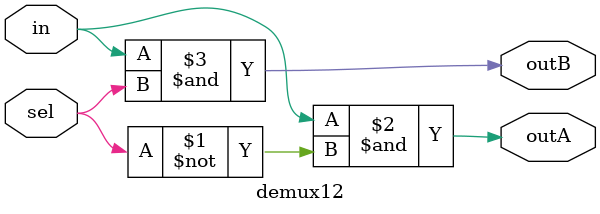
<source format=v>
module demux12(in, sel,outA, outB);
input in,sel;
output wire outA, outB;

assign outA= in & (~sel);
assign outB= in & sel;

endmodule

</source>
